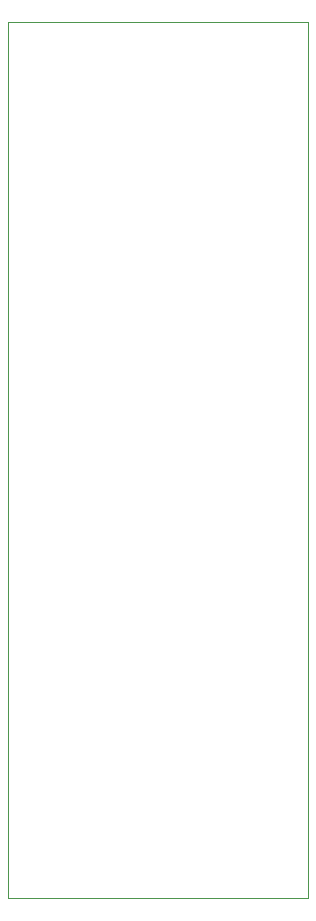
<source format=gbr>
G04 (created by PCBNEW (2013-06-11 BZR 4021)-stable) date Sat 08 Feb 2014 02:59:37 AM CST*
%MOIN*%
G04 Gerber Fmt 3.4, Leading zero omitted, Abs format*
%FSLAX34Y34*%
G01*
G70*
G90*
G04 APERTURE LIST*
%ADD10C,0.00590551*%
%ADD11C,0.00393701*%
G04 APERTURE END LIST*
G54D10*
G54D11*
X36800Y-17000D02*
X36800Y-46200D01*
X26800Y-46200D02*
X26800Y-17000D01*
X36800Y-46200D02*
X26800Y-46200D01*
X26800Y-17000D02*
X36800Y-17000D01*
M02*

</source>
